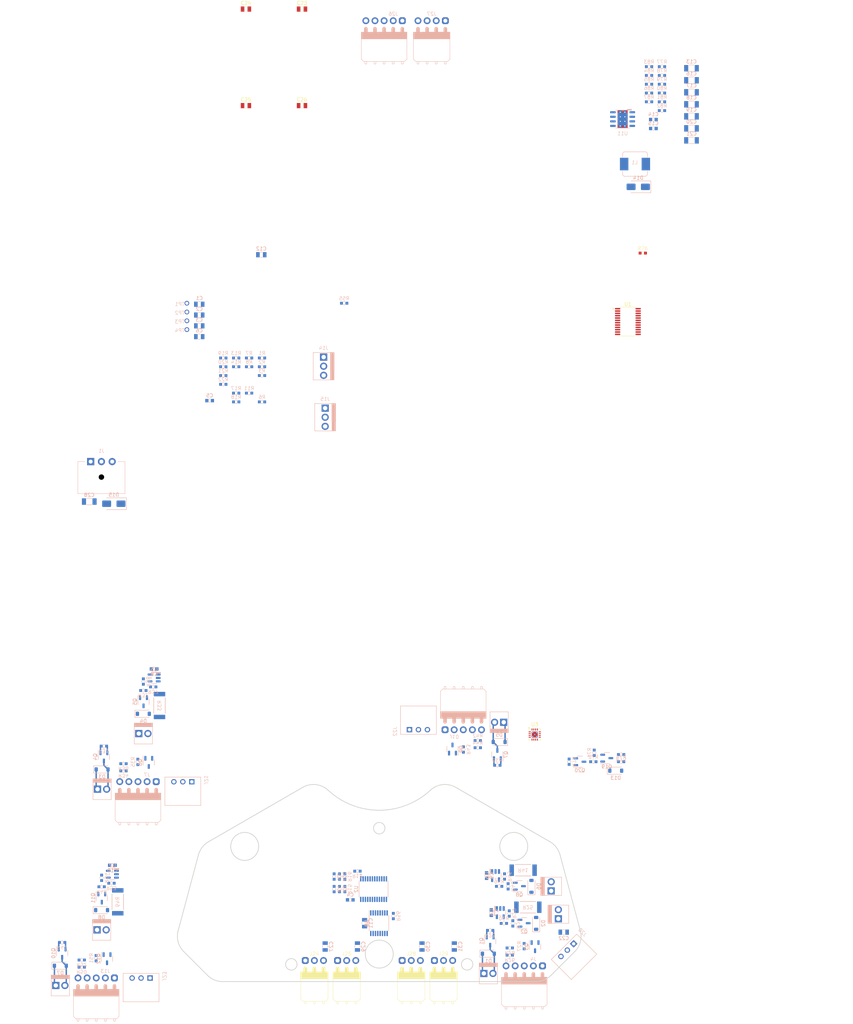
<source format=kicad_pcb>
(kicad_pcb (version 20241229) (generator "pcbnew") (generator_version "9.0")
  (layers (0 "F.Cu" signal) (2 "B.Cu" signal) (13 "F.Paste" user) (15 "B.Paste" user) (5 "F.SilkS" user "F.Silkscreen") (7 "B.SilkS" user "B.Silkscreen") (1 "F.Mask" user) (3 "B.Mask" user) (25 "Edge.Cuts" user))
  (net 0 "")
  (net 1 "GND")
  (net 2 "+3.3V")
  (net 3 "Net-(U3-DECAP)")
  (net 4 "Net-(D1-A)")
  (net 5 "+BATT")
  (net 6 "Net-(D2-A)")
  (net 7 "Net-(D3-A)")
  (net 8 "Net-(D4-A)")
  (net 9 "Net-(D5-A)")
  (net 10 "Net-(D6-A)")
  (net 11 "Net-(D7-A)")
  (net 12 "Net-(D8-A)")
  (net 13 "/sda_3v3")
  (net 14 "/digital_servo_cmd_3v3")
  (net 15 "/scl_3v3")
  (net 16 "/neopixel_cmd_3v3")
  (net 17 "/vaccum_1/led_cmd")
  (net 18 "/sda_0_3v3")
  (net 19 "/scl_0_3v3")
  (net 20 "/sda_1_3v3")
  (net 21 "/vaccum_2/led_cmd")
  (net 22 "/scl_1_3v3")
  (net 23 "/scl_2_3v3")
  (net 24 "/sda_2_3v3")
  (net 25 "/vaccum_3/led_cmd")
  (net 26 "/scl_3_3v3")
  (net 27 "/vaccum_4/led_cmd")
  (net 28 "/sda_3_3v3")
  (net 29 "/scl_4_3v3")
  (net 30 "/sda_4_3v3")
  (net 31 "/scl_5_3v3")
  (net 32 "/sda_5_3v3")
  (net 33 "/solenoid_valve_cmd_0_3v3")
  (net 34 "/pmp_cmd_0_3v3")
  (net 35 "Net-(Q2-S)")
  (net 36 "/solenoid_valve_cmd_1_3v3")
  (net 37 "/pmp_cmd_1_3v3")
  (net 38 "Net-(Q5-S)")
  (net 39 "/solenoid_valve_cmd_2_3v3")
  (net 40 "Net-(Q8-S)")
  (net 41 "/pmp_cmd_2_3v3")
  (net 42 "/solenoid_valve_cmd_3_3v3")
  (net 43 "Net-(Q11-S)")
  (net 44 "/pmp_cmd_3_3v3")
  (net 45 "/solenoid_valve_cmd_4_3v3")
  (net 46 "/pmp_cmd_4_3v3")
  (net 47 "/solenoid_valve_cmd_5_3v3")
  (net 48 "/pmp_cmd_5_3v3")
  (net 49 "/neopixel_ret_3v3")
  (net 50 "Net-(U1-A2)")
  (net 51 "Net-(U2-A0)")
  (net 52 "Net-(U1-A1)")
  (net 53 "Net-(U2-A1)")
  (net 54 "/enable_i2c_switch")
  (net 55 "Net-(U2-~{INT})")
  (net 56 "Net-(U1-A0)")
  (net 57 "Net-(U2-A2)")
  (net 58 "Net-(U3-ADDR)")
  (net 59 "Net-(U1-SC6)")
  (net 60 "Net-(U4--)")
  (net 61 "/pump_current_0_3v3")
  (net 62 "Net-(U5--)")
  (net 63 "/pump_current_1_3v3")
  (net 64 "Net-(U6--)")
  (net 65 "/pump_current_2_3v3")
  (net 66 "Net-(U7--)")
  (net 67 "/pump_current_3_3v3")
  (net 68 "/pump_current_4_3v3")
  (net 69 "/neopixel_cmd_0_3v3")
  (net 70 "/pump_current_5_3v3")
  (net 72 "/neopixel_cmd_1_3v3")
  (net 73 "/neopixel_cmd_2_3v3")
  (net 74 "Net-(U11-SS)")
  (net 75 "Net-(U11-BOOT)")
  (net 76 "Net-(D14-K)")
  (net 77 "Net-(C16-Pad1)")
  (net 78 "/vbatt_meas_3v3")
  (net 79 "/color_led_cmd_3v3")
  (net 80 "Net-(Q19-G)")
  (net 81 "Net-(Q19-D)")
  (net 82 "/enable_vbatt_meas_3v3")
  (net 83 "Net-(Q20-D)")
  (net 84 "/en_5v")
  (net 85 "Net-(U11-RT{slash}SYNC)")
  (net 86 "Net-(R81-Pad1)")
  (net 87 "/fb_5v")
  (net 88 "Net-(R86-Pad2)")
  (net 90 "+6V")
  (net 92 "+5V")
  (net 93 "Net-(D15-A)")
  (net 94 "/neopixel_cmd_3_3v3")
  (net 95 "/<NO NET>")
  (net 96 "/neopixel_sel_0_3v3")
  (footprint "cocotter_resistor:r0603_reflow" (layer "F.Cu") (at 199.0375 -91.25)
    (property "Reference" "R76")
    (property "Value" "100k")
  )
  (footprint "cocotter_capacitors:C_0805_2012Metric" (layer "F.Cu") (at 88.42 -132.35)
    (property "Reference" "C25")
    (property "Value" "1µF 50V")
  )
  (footprint "cocotter_connectors:22053031" (layer "F.Cu") (at 107.5 105.9)
    (property "Reference" "J24")
    (property "Value" "22053031")
  )
  (footprint "cocotter_connectors:22053031" (layer "F.Cu") (at 116.5 105.9)
    (property "Reference" "J25")
    (property "Value" "22053031")
  )
  (footprint "cocotter_capacitors:C_0805_2012Metric" (layer "F.Cu") (at 104.05 -132.35)
    (property "Reference" "C26")
    (property "Value" "1µF 50V")
  )
  (footprint "cocotter_connectors:22053031" (layer "F.Cu") (at 134.5 105.9)
    (property "Reference" "J28")
    (property "Value" "22053031")
  )
  (footprint "cocotter_ic:TSSOP-24_4.4x7.8mm_P0.65mm" (layer "F.Cu") (at 194.8875 -72.175)
    (property "Reference" "U1")
    (property "Value" "TCA9548APWR")
  )
  (footprint "cocotter_connectors:22053031" (layer "F.Cu") (at 143.5 105.9)
    (property "Reference" "J29")
    (property "Value" "22053031")
  )
  (footprint "cocotter_ic:RTE0016C" (layer "F.Cu") (at 168.92 42.92)
    (property "Reference" "U3")
    (property "Value" "TLA2528IRTER")
  )
  (footprint "cocotter_capacitors:C_0805_2012Metric" (layer "F.Cu") (at 104.05 -159.25)
    (property "Reference" "C23")
    (property "Value" "1µF 50V")
  )
  (footprint "cocotter_capacitors:C_0805_2012Metric" (layer "F.Cu") (at 88.42 -159.25)
    (property "Reference" "C24")
    (property "Value" "1µF 50V")
  )
  (footprint "cocotter_transistors:SOT-23-3" (layer "B.Cu") (at 61.335 50.688202 -90)
    (property "Reference" "Q6")
    (property "Value" "2N7002")
  )
  (footprint "cocotter_capacitors:C_1206_3216Metric" (layer "B.Cu") (at 212.61119 -136.06 180)
    (property "Reference" "C17")
    (property "Value" "22µF 16V")
  )
  (footprint "cocotter_transistors:SOT-23-3" (layer "B.Cu") (at 49.699309 105.3925 -90)
    (property "Reference" "Q12")
    (property "Value" "2N7002")
  )
  (footprint "cocotter_ic:SOT-23-5" (layer "B.Cu") (at 159.312 92.55 -90)
    (property "Reference" "U4")
    (property "Value" "TLV9061IDBVR")
  )
  (footprint "cocotter_transistors:SOT-23-3" (layer "B.Cu") (at 48.239309 88.4925 -90)
    (property "Reference" "Q11")
    (property "Value" "SI2310")
  )
  (footprint "cocotter_transistors:SOT-23-3" (layer "B.Cu") (at 169.01 102.0375 -90)
    (property "Reference" "Q3")
    (property "Value" "2N7002")
  )
  (footprint "cocotter_resistor:r0603_reflow" (layer "B.Cu") (at 113 82.5 90)
    (property "Reference" "R5")
    (property "Value" "0R")
  )
  (footprint "cocotter_capacitors:C_0805_2012Metric" (layer "B.Cu") (at 75.409166 -70.975 180)
    (property "Reference" "C3")
    (property "Value" "1µF 50V")
  )
  (footprint "cocotter_resistor:r0603_reflow" (layer "B.Cu") (at 149.04 47.1 90)
    (property "Reference" "R43")
    (property "Value" "0R")
  )
  (footprint "cocotter_ic:SOT-23-5" (layer "B.Cu") (at 158 82.23 -90)
    (property "Reference" "U6")
    (property "Value" "TLV9061IDBVR")
  )
  (footprint "cocotter_capacitors:C_0603_1608Metric" (layer "B.Cu") (at 156.812 92.55 90)
    (property "Reference" "C7")
    (property "Value" "100nF 50V")
  )
  (footprint "cocotter_resistor:r0603_reflow" (layer "B.Cu") (at 204.38619 -133.41 180)
    (property "Reference" "R81")
    (property "Value" "10k 1%")
  )
  (footprint "cocotter_resistor:r0603_reflow" (layer "B.Cu") (at 200.78619 -135.86 180)
    (property "Reference" "R86")
    (property "Value" "2k2 1%")
  )
  (footprint "cocotter_capacitors:C_1206_3216Metric" (layer "B.Cu") (at 212.61119 -132.71 180)
    (property "Reference" "C18")
    (property "Value" "22µF 16V")
  )
  (footprint "cocotter_connectors:5264-3P" (layer "B.Cu") (at 59.189309 110.7875 90)
    (property "Reference" "J23")
    (property "Value" "5264-3P")
  )
  (footprint "cocotter_capacitors:C_0805_2012Metric" (layer "B.Cu") (at 177 98)
    (property "Reference" "C22")
    (property "Value" "1µF 50V")
  )
  (footprint "cocotter_resistor:r0603_reflow" (layer "B.Cu") (at 62.575 29.650702)
    (property "Reference" "R37")
    (property "Value" "10k 1%")
  )
  (footprint "cocotter_diodes:D_SOD-123" (layer "B.Cu") (at 191.5 53)
    (property "Reference" "D13")
    (property "Value" "DSK34")
  )
  (footprint "cocotter_transistors:SOT-23-3" (layer "B.Cu") (at 37.189309 103.855 -90)
    (property "Reference" "Q10")
    (property "Value" "SI2310")
  )
  (footprint "cocotter_transistors:SOT-23-3" (layer "B.Cu") (at 145.99 46.9625 90)
    (property "Reference" "Q9")
    (property "Value" "2N7002")
  )
  (footprint "cocotter_connectors:5264-3P" (layer "B.Cu") (at 136.5 41.5675 -90)
    (property "Reference" "J22")
    (property "Value" "5264-3P")
  )
  (footprint "cocotter_transistors:SOT-23-3" (layer "B.Cu") (at 181.5 50.5)
    (property "Reference" "Q20")
    (property "Value" "2N7002")
  )
  (footprint "cocotter_connectors:22053041" (layer "B.Cu") (at 140.19 -156 180)
    (property "Reference" "J27")
    (property "Value" "22053041")
  )
  (footprint "cocotter_ic:SOT-23-5" (layer "B.Cu") (at 51.189309 81.855 180)
    (property "Reference" "U7")
    (property "Value" "TLV9061IDBVR")
  )
  (footprint "cocotter_resistor:r0603_reflow" (layer "B.Cu") (at 85.704166 -62.025 180)
    (property "Reference" "R13")
    (property "Value" "0R")
  )
  (footprint "cocotter_resistor:r0603_reflow" (layer "B.Cu") (at 114.5 82.5 90)
    (property "Reference" "R10")
    (property "Value" "0R")
  )
  (footprint "cocotter_connectors:22272021" (layer "B.Cu") (at 59.825 42.650702 -90)
    (property "Reference" "J6" (hide yes))
    (property "Value" "22272021")
  )
  (footprint "cocotter_connectors:5264-3P" (layer "B.Cu") (at 70.825 56.083202 90)
    (property "Reference" "J21")
    (property "Value" "5264-3P")
  )
  (footprint "cocotter_capacitors:C_1206_3216Metric" (layer "B.Cu") (at 212.61119 -122.66 180)
    (property "Reference" "C21")
    (property "Value" "10µF 35V")
  )
  (footprint "cocotter_resistor:r0603_reflow" (layer "B.Cu") (at 85.704166 -49.775 180)
    (property "Reference" "R18")
    (property "Value" "100k")
  )
  (footprint "cocotter_connectors:5264-3P" (layer "B.Cu") (at 178 103 135)
    (property "Reference" "J20")
    (property "Value" "5264-3P")
  )
  (footprint "cocotter_resistor:r0603_reflow" (layer "B.Cu") (at 48.189309 85.355)
    (property "Reference" "R48")
    (property "Value" "10k 1%")
  )
  (footprint "cocotter_connectors:22053051" (layer "B.Cu") (at 166 107.4 180)
    (property "Reference" "J4")
    (property "Value" "22053051")
  )
  (footprint "cocotter_resistor:r0603_reflow" (layer "B.Cu") (at 161.812 92.8 90)
    (property "Reference" "R29")
    (property "Value" "10k 1%")
  )
  (footprint "cocotter_resistor:r0603_reflow" (layer "B.Cu") (at 156.5 97.5)
    (property "Reference" "R23")
    (property "Value" "10k 1%")
  )
  (footprint "cocotter_resistor:r0603_reflow" (layer "B.Cu") (at 162.812 95.55 90)
    (property "Reference" "R24")
    (property "Value" "10k 1%")
  )
  (footprint "cocotter_diodes:D_SOD-123" (layer "B.Cu") (at 48.325 52.650702)
    (property "Reference" "D3")
    (property "Value" "DSK34")
  )
  (footprint "cocotter_resistor:r0603_reflow" (layer "B.Cu") (at 159 85.23 180)
    (property "Reference" "R46")
    (property "Value" "100k")
  )
  (footprint "cocotter_capacitors:C_0805_2012Metric" (layer "B.Cu") (at 121.5 95.5 90)
    (property "Reference" "C11")
    (property "Value" "1µF 50V")
  )
  (footprint "cocotter_connectors:22272021" (layer "B.Cu") (at 48.325 58.150702 -90)
    (property "Reference" "J5" (hide yes))
    (property "Value" "22272021")
  )
  (footprint "cocotter_resistor:r0603_reflow" (layer "B.Cu") (at 204.38619 -140.76 180)
    (property "Reference" "R78")
    (property "Value" "10k 1%")
  )
  (footprint "cocotter_capacitors:C_0805_2012Metric" (layer "B.Cu") (at 75.409166 -76.995 180)
    (property "Reference" "C1")
    (property "Value" "10µF 25V")
  )
  (footprint "cocotter_diodes:D_SOD-123" (layer "B.Cu") (at 169.312 95.55 90)
    (property "Reference" "D2")
    (property "Value" "DSK34")
  )
  (footprint "cocotter_resistor:r0603_reflow" (layer "B.Cu") (at 158.5 51.5 180)
    (property "Reference" "R39")
    (property "Value" "10k 1%")
  )
  (footprint "cocotter_resistor:r0603_reflow" (layer "B.Cu") (at 116 86 90)
    (property "Reference" "R15")
    (property "Value" "100k")
  )
  (footprint "cocotter_connectors:22053051" (layer "B.Cu") (at 58.325 56.050702 180)
    (property "Reference" "J7")
    (property "Value" "22053051")
  )
  (footprint "cocotter_capacitors:C_1206_3216Metric" (layer "B.Cu") (at 212.61119 -129.36 180)
    (property "Reference" "C19")
    (property "Value" "22µF 16V")
  )
  (footprint "cocotter_transistors:SOT-23-3" (layer "B.Cu") (at 59.875 33.788202 -90)
    (property "Reference" "Q5")
    (property "Value" "SI2310")
  )
  (footprint "cocotter_inductors:BMRx00060630" (layer "B.Cu") (at 196.76869 -116.01 180)
    (property "Reference" "L1")
    (property "Value" "6.8µH")
  )
  (footprint "cocotter_resistor:r2512_reflow" (layer "B.Cu") (at 64.325 34.838702 -90)
    (property "Reference" "R33")
    (property "Value" "510mR 1W 5%")
  )
  (footprint "cocotter_resistor:r0603_reflow" (layer "B.Cu") (at 92.904166 -57.125 180)
    (property "Reference" "R3")
    (property "Value" "100k")
  )
  (footprint "cocotter_resistor:r0603_reflow" (layer "B.Cu") (at 48.189309 82.855 90)
    (property "Reference" "R54")
    (property "Value" "100k")
  )
  (footprint "cocotter_resistor:r0603_reflow" (layer "B.Cu") (at 58.285 50.550702 -90)
    (property "Reference" "R35")
    (property "Value" "0R")
  )
  (footprint "cocotter_capacitors:C_0603_1608Metric" (layer "B.Cu") (at 51.189309 79.355)
    (property "Reference" "C10")
    (property "Value" "100nF 50V")
  )
  (footprint "cocotter_capacitors:C_0805_2012Metric" (layer "B.Cu") (at 119.5 102 90)
    (property "Reference" "C29")
    (property "Value" "1µF 50V")
  )
  (footprint "cocotter_transistors:SOT-23-3" (layer "B.Cu") (at 156.5 100.5 -90)
    (property "Reference" "Q1")
    (property "Value" "SI2310")
  )
  (footprint "cocotter_connectors:22272021" (layer "B.Cu") (at 159 39.5 90)
    (property "Reference" "J8" (hide yes))
    (property "Value" "22272021")
  )
  (footprint "cocotter_resistor:r0603_reflow" (layer "B.Cu") (at 200.78619 -133.41 180)
    (property "Reference" "R87")
    (property "Value" "2k2 1%")
  )
  (footprint "cocotter_resistor:r0603_reflow" (layer "B.Cu") (at 48.825 46.150702)
    (property "Reference" "R31")
    (property "Value" "10k 1%")
  )
  (footprint "cocotter_resistor:r2512_reflow" (layer "B.Cu") (at 52.689309 89.543 -90)
    (property "Reference" "R49")
    (property "Value" "510mR 1W 5%")
  )
  (footprint "cocotter_resistor:r0603_reflow" (layer "B.Cu") (at 200.78619 -140.76 180)
    (property "Reference" "R84")
    (property "Value" "0R")
  )
  (footprint "cocotter_ic:TSSOP-16_4.4x5mm_P0.65mm" (layer "B.Cu") (at 125.5 95.5 -90)
    (property "Reference" "U8")
    (property "Value" "74HCT238PW")
  )
  (footprint "cocotter_diodes:D_SOD-123" (layer "B.Cu") (at 168 85.23 90)
    (property "Reference" "D6")
    (property "Value" "DSK34")
  )
  (footprint "cocotter_resistor:r0603_reflow" (layer "B.Cu") (at 82.104166 -57.125 180)
    (property "Reference" "R21")
    (property "Value" "2k2 1%")
  )
  (footprint "cocotter_resistor:r0603_reflow" (layer "B.Cu") (at 160.312 95.55 180)
    (property "Reference" "R30")
    (property "Value" "100k")
  )
  (footprint "cocotter_diodes:D_SMA" (layer "B.Cu") (at 197.77369 -109.71 180)
    (property "Reference" "D14")
    (property "Value" "SDT5A50SA-13")
  )
  (footprint "cocotter_resistor:r0603_reflow" (layer "B.Cu") (at 54.285 51.050702)
    (property "Reference" "R36")
    (property "Value" "2k2 1%")
  )
  (footprint "cocotter_resistor:r0603_reflow" (layer "B.Cu") (at 92.904166 -49.775 180)
    (property "Reference" "R6")
    (property "Value" "0R")
  )
  (footprint "cocotter_resistor:r0603_reflow" (layer "B.Cu") (at 54.285 53.050702)
    (property "Reference" "R34")
    (property "Value" "2k2 1%")
  )
  (footprint "cocotter_diodes:D_SOD-123" (layer "B.Cu") (at 159 45 180)
    (property "Reference" "D5")
    (property "Value" "DSK34")
  )
  (footprint "cocotter_capacitors:C_1206_3216Metric" (layer "B.Cu") (at 212.61119 -142.76 180)
    (property "Reference" "C13")
    (property "Value" "10µF 35V")
  )
  (footprint "cocotter_capacitors:C_0603_1608Metric" (layer "B.Cu") (at 62.825 24.650702)
    (property "Reference" "C8")
    (property "Value" "100nF 50V")
  )
  (footprint "cocotter_resistor:r0603_reflow" (layer "B.Cu") (at 204.38619 -143.21 180)
    (property "Reference" "R77")
    (property "Value" "100k")
  )
  (footprint "cocotter_transistors:SOT-23-3" (layer "B.Cu") (at 189 49.5)
    (property "Reference" "Q19")
    (property "Value" "BSS84")
  )
  (footprint "cocotter_resistor:r0603_reflow" (layer "B.Cu") (at 46.649309 105.255 -90)
    (property "Reference" "R51")
    (property "Value" "0R")
  )
  (footprint "cocotter_transistors:SOT-23-3" (layer "B.Cu") (at 48.825 49.150702 -90)
    (property "Reference" "Q4")
    (property "Value" "SI2310")
  )
  (footprint "cocotter_connectors:22272021" (layer "B.Cu") (at 36.689309 112.855 -90)
    (property "Reference" "J11" (hide yes))
    (property "Value" "22272021")
  )
  (footprint "cocotter_diodes:D_SOD-123" (layer "B.Cu") (at 48.189309 91.855)
    (property "Reference" "D8")
    (property "Value" "DSK34")
  )
  (footprint "cocotter_resistor:r0603_reflow" (layer "B.Cu") (at 204.38619 -130.96 180)
    (property "Reference" "R82")
    (property "Value" "100k")
  )
  (footprint "cocotter_capacitors:C_0805_2012Metric" (layer "B.Cu") (at 92.699166 -90.795 180)
    (property "Reference" "C12")
    (property "Value" "1µF 50V")
  )
  (footprint "cocotter_resistor:r0603_reflow" (layer "B.Cu") (at 114.5 86 90)
    (property "Reference" "R9")
    (property "Value" "100k")
  )
  (footprint "cocotter_others:testpoint-THT-0.8mm" (layer "B.Cu") (at 71.959166 -77.275 180)
    (property "Reference" "TP1")
    (property "Value" "TestPoint")
  )
  (footprint "cocotter_resistor:r0603_reflow" (layer "B.Cu") (at 185.25 50.5 180)
    (property "Reference" "R72")
    (property "Value" "100k")
  )
  (footprint "cocotter_capacitors:C_0805_2012Metric" (layer "B.Cu") (at 75.409166 -73.985 180)
    (property "Reference" "C2")
    (property "Value" "1µF 50V")
  )
  (footprint "cocotter_transistors:SOT-23-3" (layer "B.Cu") (at 165.9495 95.5)
    (property "Reference" "Q2")
    (property "Value" "SI2310")
  )
  (footprint "cocotter_resistor:r0603_reflow" (layer "B.Cu") (at 89.304166 -62.025 180)
    (property "Reference" "R7")
    (property "Value" "100k")
  )
  (footprint "cocotter_connectors:22272021" (layer "B.Cu") (at 175.5 93)
    (property "Reference" "J3" (hide yes))
    (property "Value" "22272021")
  )
  (footprint "cocotter_resistor:r0603_reflow" (layer "B.Cu") (at 165.96 101.9 -90)
    (property "Reference" "R27")
    (property "Value" "0R")
  )
  (footprint "cocotter_connectors:22272031" (layer "B.Cu") (at 110.079166 -59.725 180)
    (property "Reference" "J14")
    (property "Value" "22272031")
  )
  (footprint "cocotter_resistor:r0603_reflow" (layer "B.Cu") (at 178.5 50.5 90)
    (property "Reference" "R73")
    (property "Value" "100k")
  )
  (footprint "cocotter_capacitors:C_1206_3216Metric" (layer "B.Cu") (at 212.61119 -126.01 180)
    (property "Reference" "C20")
    (property "Value" "22µF 16V")
  )
  (footprint "cocotter_transistors:SOT-23-3" (layer "B.Cu") (at 164.6375 85.18)
    (property "Reference" "Q8")
    (property "Value" "SI2310")
  )
  (footprint "cocotter_capacitors:C_0805_2012Metric" (layer "B.Cu") (at 75.409166 -67.965 180)
    (property "Reference" "C6")
    (property "Value" "1µF 50V")
  )
  (footprint "cocotter_connectors:22272021" (layer "B.Cu") (at 48.189309 97.355 -90)
    (property "Reference" "J12" (hide yes))
    (property "Value" "22272021")
  )
  (footprint "cocotter_resistor:r0603_reflow" (layer "B.Cu") (at 59.825 28.150702 90)
    (property "Reference" "R38")
    (property "Value" "100k")
  )
  (footprint "cocotter_resistor:r0603_reflow" (layer "B.Cu") (at 193 50.5 180)
    (property "Reference" "R74")
    (property "Value" "2k2 1%")
  )
  (footprint "cocotter_ic:DDA0008B" (layer "B.Cu") (at 193.40869 -128.595 180)
    (property "Reference" "U11")
    (property "Value" "LV14340DDAR")
  )
  (footprint "cocotter_connectors:22053051" (layer "B.Cu") (at 126.93 -156 180)
    (property "Reference" "J26")
    (property "Value" "22053051")
  )
  (footprint "cocotter_resistor:r0603_reflow" (layer "B.Cu") (at 200.78619 -138.31 180)
    (property "Reference" "R85")
    (property "Value" "0R")
  )
  (footprint "cocotter_resistor:r0603_reflow" (layer "B.Cu") (at 92.904166 -62.025 180)
    (property "Reference" "R1")
    (property "Value" "2k2 1%")
  )
  (footprint "cocotter_resistor:r0603_reflow" (layer "B.Cu") (at 82.104166 -54.675 180)
    (property "Reference" "R22")
    (property "Value" "2k2 1%")
  )
  (footprint "cocotter_capacitors:C_0805_2012Metric" (layer "B.Cu") (at 110.5 102 90)
    (property "Reference" "C27")
    (property "Value" "1µF 50V")
  )
  (footprint "cocotter_capacitors:C_0603_1608Metric" (layer "B.Cu") (at 201.99119 -128.48 180)
    (property "Reference" "C14")
    (property "Value" "18nF 50V")
  )
  (footprint "cocotter_capacitors:C_0603_1608Metric" (layer "B.Cu") (at 78.299166 -50.135 180)
    (property "Reference" "C5")
    (property "Value" "100nF 50V")
  )
  (footprint "cocotter_resistor:r0603_reflow" (layer "B.Cu") (at 113 86 90)
    (property "Reference" "R4")
    (property "Value" "100k")
  )
  (footprint "cocotter_capacitors:C_1206_3216Metric" (layer "B.Cu") (at 44.745 -22 180)
    (property "Reference" "C28")
    (property "Value" "22µF 25V")
  )
  (footprint "cocotter_resistor:r0603_reflow" (layer "B.Cu") (at 119.5 81)
    (property "Reference" "R12")
    (property "Value" "100k")
  )
  (footprint "cocotter_resistor:r0603_reflow" (layer "B.Cu") (at 129.5 93.5 90)
    (property "Reference" "R56")
    (property "Value" "100k")
  )
  (footprint "cocotter_diodes:D_SOD-123" (layer "B.Cu") (at 59.825 37.150702)
    (property "Reference" "D4")
    (property "Value" "DSK34")
  )
  (footprint "cocotter_resistor:r2512_reflow" (layer "B.Cu") (at 165.688 80.73)
    (property "Reference" "R41")
    (property "Value" "510mR 1W 5%")
  )
  (footprint "cocotter_resistor:r0603_reflow" (layer "B.Cu") (at 161.96 104.4)
    (property "Reference" "R26")
    (property "Value" "2k2 1%")
  )
  (footprint "cocotter_connectors:2-1445055-3" (layer "B.Cu") (at 48.135 -33.14 180)
    (property "Reference" "J1")
    (property "Value" "2-1445055-3")
  )
  (footprint "cocotter_resistor:r0603_reflow" (layer "B.Cu") (at 92.904166 -59.575 180)
    (property "Reference" "R2")
    (property "Value" "0R")
  )
  (footprint "cocotter_diodes:D_SMA" (layer "B.Cu") (at 51.59 -21.4 180)
    (property "Reference" "D15")
    (property "Value" "SDT5A50SA-13")
  )
  (footprint "cocotter_resistor:r0603_reflow" (layer "B.Cu") (at 59.825 30.650702)
    (property "Reference" "R32")
    (property "Value" "10k 1%")
  )
  (footprint "cocotter_diodes:D_SOD-123" (layer "B.Cu") (at 36.689309 107.355)
    (property "Reference" "D7")
    (property "Value" "DSK34")
  )
  (footprint "cocotter_resistor:r0603_reflow" (layer "B.Cu") (at 42.649309 107.755)
    (property "Reference" "R50")
    (property "Value" "2k2 1%")
  )
  (footprint "cocotter_transistors:SOT-23-3" (layer "B.Cu") (at 158.5 48.5 90)
    (property "Reference" "Q7")
    (property "Value" "SI2310")
  )
  (footprint "cocotter_resistor:r0603_reflow" (layer "B.Cu") (at 116 82.5 90)
    (property "Reference" "R16")
    (property "Value" "0R")
  )
  (footprint "cocotter_ic:SOT-23-5" (layer "B.Cu") (at 62.825 27.150702 180)
    (property "Reference" "U5")
    (property "Value" "TLV9061IDBVR")
  )
  (footprint "cocotter_resistor:r2512_reflow" (layer "B.Cu") (at 167 91.05)
    (property "Reference" "R25")
    (property "Value" "510mR 1W 5%")
  )
  (footprint "cocotter_resistor:r0603_reflow" (layer "B.Cu") (at 89.304166 -52.225 180)
    (property "Reference" "R11")
    (property "Value" "100k")
  )
  (footprint "cocotter_resistor:r0603_reflow" (layer "B.Cu") (at 160.5 82.48 90)
    (property "Reference" "R45")
    (property "Value" "10k 1%")
  )
  (footprint "cocotter_resistor:r0603_reflow" (layer "B.Cu") (at 37.189309 100.855)
    (property "Reference" "R47")
    (property "Value" "10k 1%")
  )
  (footprint "cocotter_connectors:22272031" (layer "B.Cu") (at 110.5 -45.5 180)
    (property "Reference" "J15")
    (property "Value" "22272031")
  )
  (footprint "cocotter_resistor:r0603_reflow" (layer "B.Cu") (at 153.04 46.6 180)
    (property "Reference" "R44")
    (property "Value" "2k2 1%")
  )
  (footprint "cocotter_resistor:r0603_reflow" (layer "B.Cu") (at 42.649309 105.755)
    (property "Reference" "R52")
    (property "Value" "2k2 1%")
  )
  (footprint "cocotter_others:testpoint-THT-0.8mm" (layer "B.Cu") (at 71.959166 -74.825 180)
    (property "Reference" "TP2")
    (property "Value" "TestPoint")
  )
  (footprint "cocotter_resistor:r0603_reflow" (layer "B.Cu") (at 161.96 102.4)
    (property "Reference" "R28")
    (property "Value" "2k2 1%")
  )
  (footprint "cocotter_others:testpoint-THT-0.8mm" (layer "B.Cu") (at 71.959166 -69.925 180)
    (property "Reference" "TP4")
    (property "Value" "TestPoint")
  )
  (footprint "cocotter_resistor:r0603_reflow" (layer "B.Cu") (at 82.104166 -62.025 180)
    (property "Reference" "R19")
    (property "Value" "2k2 1%")
  )
  (footprint "cocotter_others:testpoint-THT-0.8mm" (layer "B.Cu") (at 71.959166 -72.375 180)
    (property "Reference" "TP3")
    (property "Value" "TestPoint")
  )
  (footprint "cocotter_capacitors:C_0805_2012Metric" (layer "B.Cu") (at 146.5 102 90)
    (property "Reference" "C31")
    (property "Value" "1µF 50V")
  )
  (footprint "cocotter_connectors:22053051" (layer "B.Cu") (at 149 41.6)
    (property "Reference" "J10")
    (property "Value" "22053051")
  )
  (footprint "cocotter_capacitors:C_1206_3216Metric" (layer "B.Cu") (at 212.61119 -139.41 180)
    (property "Reference" "C16")
    (property "Value" "22µF 16V")
  )
  (footprint "cocotter_resistor:r0603_reflow" (layer "B.Cu") (at 89.304166 -59.575 180)
    (property "Reference" "R8")
    (property "Value" "2k2 1%")
  )
  (footprint "cocotter_capacitors:C_0805_2012Metric" (layer "B.Cu") (at 137.5 102 90)
    (property "Reference" "C30")
    (property "Value" "1µF 50V")
  )
  (footprint "cocotter_resistor:r0603_reflow" (layer "B.Cu") (at 185.5 48 -90)
    (property "Reference" "R71")
    (property "Value" "100k")
  )
  (footprint "cocotter_resistor:r0603_reflow" (layer "B.Cu") (at 115.804166 -77.275 180)
    (property "Reference" "R55")
    (property "Value" "0R")
  )
  (footprint "cocotter_connectors:22053051" (layer "B.Cu") (at 46.689309 110.755 180)
    (property "Reference" "J13")
    (property "Value" "22053051")
  )
  (footprint "cocotter_capacitors:C_0603_1608Metric" (layer "B.Cu") (at 201.99119 -125.97 180)
    (property "Reference" "C15")
    (property "Value" "100nF 50V")
  )
  (footprint "cocotter_resistor:r0603_reflow" (layer "B.Cu") (at 200.78619 -143.21 180)
    (property "Reference" "R83")
    (property "Value" "0R")
  )
  (footprint "cocotter_resistor:r0603_reflow" (layer "B.Cu") (at 85.704166 -59.575 180)
    (property "Reference" "R14")
    (property "Value" "100k")
  )
  (footprint "cocotter_resistor:r0603_reflow" (layer "B.Cu") (at 193 48.5)
    (property "Reference" "R75")
    (property "Value" "10k 1%")
  )
  (footprint "cocotter_capacitors:C_0603_1608Metric" (layer "B.Cu") (at 117.5 89 180)
    (property "Reference" "C4")
    (property "Value" "100nF 50V")
  )
  (footprint "cocotter_capacitors:C_0603_1608Metric" (layer "B.Cu") (at 155.5 82.23 90)
    (property "Reference" "C9")
    (property "Value" "100nF 50V")
  )
  (footprint "cocotter_connectors:22272021" (layer "B.Cu") (at 156 109.5 -90)
    (property "Reference" "J2" (hide yes))
    (property "Value" "22272021")
  )
  (footprint "cocotter_resistor:r0603_reflow" (layer "B.Cu") (at 161.5 85.23 90)
    (property "Reference" "R40")
    (property "Value" "10k 1%")
  )
  (footprint "cocotter_connectors:22272021" (layer "B.Cu") (at 173.5 85.23)
    (property "Reference" "J9" (hide yes))
    (property "Value" "22272021")
  )
  (footprint "cocotter_resistor:r0603_reflow" (layer "B.Cu") (at 85.704166 -52.225 180)
    (property "Reference" "R17")
    (property "Value" "0R")
  )
  (footprint "cocotter_resistor:r0603_reflow" (layer "B.Cu") (at 204.38619 -138.31 180)
    (property "Reference" "R79")
    (property "Value" "100k")
  )
  (footprint "cocotter_resistor:r0603_reflow" (layer "B.Cu") (at 82.104166 -59.575 180)
    (property "Reference" "R20")
    (property "Value" "2k2 1%")
  )
  (footprint "cocotter_resistor:r0603_reflow" (layer "B.Cu") (at 50.939309 84.355)
    (property "Reference" "R53")
    (property "Value" "10k 1%")
  )
  (footprint "cocotter_resistor:r0603_reflow" (layer "B.Cu") (at 204.38619 -135.86 180)
    (property "Reference" "R80")
    (property "Value" "100k")
  )
  (footprint "cocotter_resistor:r0603_reflow" (layer "B.Cu") (at 153.04 44.6 180)
    (property "Reference" "R42")
    (property "Value" "2k2 1%")
  )
  (footprint "cocotter_diodes:D_SOD-123" (layer "B.Cu") (at 156 104)
    (property "Reference" "D1")
    (property "Value" "DSK34")
  )
  (footprint "Package_SO:TSSOP-24_4.4x7.8mm_P0.65mm" (layer "B.Cu") (at 124 86 -90)
    (property "Reference" "U2")
    (property "Value" "PCA9535PW")
  )
  (gr_line (start 173.172385 72.809599) (end 146.9096 57.646773) (stroke (width 0.2)) (layer "Edge.Cuts"))
  (gr_arc (start 173.172385 72.809599) (mid 174.932507 74.353184) (end 175.967944 76.452849) (stroke (width 0.2)) (layer "Edge.Cuts"))
  (gr_arc (start 173.467158 110.016291) (mid 171.520623 111.316923) (end 169.224522 111.773646) (stroke (width 0.2)) (layer "Edge.Cuts"))
  (gr_arc (start 139.835669 58.43804) (mid 143.242627 56.880112) (end 146.9096 57.646773) (stroke (width 0.2)) (layer "Edge.Cuts"))
  (gr_circle (center 125.576894 104.10532) (end 128.954393 102.15532) (stroke (width 0.2)) (fill no) (layer "Edge.Cuts"))
  (gr_circle (center 163.076894 74.10532) (end 166.454393 72.15532) (stroke (width 0.2)) (fill no) (layer "Edge.Cuts"))
  (gr_arc (start 81.929261 111.773647) (mid 79.633165 111.316923) (end 77.677772 110.007436) (stroke (width 0.2)) (layer "Edge.Cuts"))
  (gr_circle (center 150.081427 106.971002) (end 151.467068 106.171002) (stroke (width 0.2)) (fill no) (layer "Edge.Cuts"))
  (gr_arc (start 181.635683 97.605139) (mid 181.635682 100.710956) (end 180.082766 103.400683) (stroke (width 0.2)) (layer "Edge.Cuts"))
  (gr_arc (start 104.244177 57.646779) (mid 107.911158 56.880119) (end 111.318118 58.438039) (stroke (width 0.2)) (layer "Edge.Cuts"))
  (gr_circle (center 88.076893 74.10532) (end 91.454392 72.15532) (stroke (width 0.2)) (fill no) (layer "Edge.Cuts"))
  (gr_line (start 173.467158 110.016291) (end 180.082766 103.400683) (stroke (width 0.2)) (layer "Edge.Cuts"))
  (gr_circle (center 101.07236 106.971001) (end 102.458001 106.171001) (stroke (width 0.2)) (fill no) (layer "Edge.Cuts"))
  (gr_arc (start 75.185872 76.452741) (mid 76.221272 74.353173) (end 77.993719 72.802488) (stroke (width 0.2)) (layer "Edge.Cuts"))
  (gr_line (start 69.518133 97.605029) (end 75.185872 76.452741) (stroke (width 0.2)) (layer "Edge.Cuts"))
  (gr_line (start 77.677772 110.007436) (end 71.071089 103.400752) (stroke (width 0.2)) (layer "Edge.Cuts"))
  (gr_arc (start 71.071089 103.400752) (mid 69.518133 100.710956) (end 69.518133 97.605029) (stroke (width 0.2)) (layer "Edge.Cuts"))
  (gr_circle (center 125.576893 69.020928) (end 126.962534 68.220928) (stroke (width 0.2)) (fill no) (layer "Edge.Cuts"))
  (gr_line (start 181.635683 97.605139) (end 175.967944 76.452849) (stroke (width 0.2)) (layer "Edge.Cuts"))
  (gr_arc (start 139.835669 58.43804) (mid 125.576893 64.020928) (end 111.318118 58.438039) (stroke (width 0.2)) (layer "Edge.Cuts"))
  (gr_line (start 169.224522 111.773646) (end 81.929261 111.773647) (stroke (width 0.2)) (layer "Edge.Cuts"))
  (gr_line (start 77.993719 72.802488) (end 104.244177 57.646779) (stroke (width 0.2)) (layer "Edge.Cuts"))
  (segment (start 157.55 49.6375) (end 157.55 51.3) (width 0.4) (layer "B.Cu") (net 1))
  (segment (start 49.775 46.350702) (end 49.575 46.150702) (width 0.4) (layer "B.Cu") (net 1))
  (segment (start 157.45 97.7) (end 157.25 97.5) (width 0.4) (layer "B.Cu") (net 1))
  (segment (start 38.139309 101.055) (end 37.939309 100.855) (width 0.4) (layer "B.Cu") (net 1))
  (segment (start 49.775 48.013202) (end 49.775 46.350702) (width 0.4) (layer "B.Cu") (net 1))
  (segment (start 157.55 51.3) (end 157.75 51.5) (width 0.4) (layer "B.Cu") (net 1))
  (segment (start 38.139309 102.7175) (end 38.139309 101.055) (width 0.4) (layer "B.Cu") (net 1))
  (segment (start 157.45 99.3625) (end 157.45 97.7) (width 0.4) (layer "B.Cu") (net 1))
  (segment (start 156.5 102.85) (end 157.65 104) (width 0.4) (layer "B.Cu") (net 4))
  (segment (start 157.65 109.12) (end 157.27 109.5) (width 0.4) (layer "B.Cu") (net 4))
  (segment (start 156.5 101.6375) (end 156.5 102.85) (width 0.4) (layer "B.Cu") (net 4))
  (segment (start 157.65 104) (end 157.65 109.12) (width 0.4) (layer "B.Cu") (net 4))
  (segment (start 35.039309 112.475) (end 35.419309 112.855) (width 0.4) (layer "B.Cu") (net 5))
  (segment (start 154.35 104) (end 154.35 109.12) (width 0.4) (layer "B.Cu") (net 5))
  (segment (start 35.039309 107.355) (end 35.039309 112.475) (width 0.4) (layer "B.Cu") (net 5))
  (segment (start 46.675 52.650702) (end 46.675 57.770702) (width 0.4) (layer "B.Cu") (net 5))
  (segment (start 160.65 45) (end 160.65 39.88) (width 0.4) (layer "B.Cu") (net 5))
  (segment (start 154.35 109.12) (end 154.73 109.5) (width 0.4) (layer "B.Cu") (net 5))
  (segment (start 160.65 39.88) (end 160.27 39.5) (width 0.4) (layer "B.Cu") (net 5))
  (segment (start 46.675 57.770702) (end 47.055 58.150702) (width 0.4) (layer "B.Cu") (net 5))
  (segment (start 49.975 57.770702) (end 49.595 58.150702) (width 0.4) (layer "B.Cu") (net 7))
  (segment (start 48.825 51.500702) (end 49.975 52.650702) (width 0.4) (layer "B.Cu") (net 7))
  (segment (start 49.975 52.650702) (end 49.975 57.770702) (width 0.4) (layer "B.Cu") (net 7))
  (segment (start 48.825 50.288202) (end 48.825 51.500702) (width 0.4) (layer "B.Cu") (net 7))
  (segment (start 157.35 39.88) (end 157.73 39.5) (width 0.4) (layer "B.Cu") (net 9))
  (segment (start 158.5 47.3625) (end 158.5 46.15) (width 0.4) (layer "B.Cu") (net 9))
  (segment (start 158.5 46.15) (end 157.35 45) (width 0.4) (layer "B.Cu") (net 9))
  (segment (start 157.35 45) (end 157.35 39.88) (width 0.4) (layer "B.Cu") (net 9))
  (segment (start 37.189309 106.205) (end 38.339309 107.355) (width 0.4) (layer "B.Cu") (net 11))
  (segment (start 38.339309 107.355) (end 38.339309 112.475) (width 0.4) (layer "B.Cu") (net 11))
  (segment (start 38.339309 112.475) (end 37.959309 112.855) (width 0.4) (layer "B.Cu") (net 11))
  (segment (start 37.189309 104.9925) (end 37.189309 106.205) (width 0.4) (layer "B.Cu") (net 11))
  (segment (start 155.55 97.7) (end 155.75 97.5) (width 0.4) (layer "B.Cu") (net 33))
  (segment (start 155.55 99.3625) (end 155.55 97.7) (width 0.4) (layer "B.Cu") (net 33))
  (segment (start 47.875 48.013202) (end 47.875 46.350702) (width 0.4) (layer "B.Cu") (net 36))
  (segment (start 47.875 46.350702) (end 48.075 46.150702) (width 0.4) (layer "B.Cu") (net 36))
  (segment (start 159.45 51.3) (end 159.25 51.5) (width 0.4) (layer "B.Cu") (net 39))
  (segment (start 159.45 49.6375) (end 159.45 51.3) (width 0.4) (layer "B.Cu") (net 39))
  (segment (start 36.239309 102.7175) (end 36.239309 101.055) (width 0.4) (layer "B.Cu") (net 42))
  (segment (start 36.239309 101.055) (end 36.439309 100.855) (width 0.4) (layer "B.Cu") (net 42))
)
</source>
